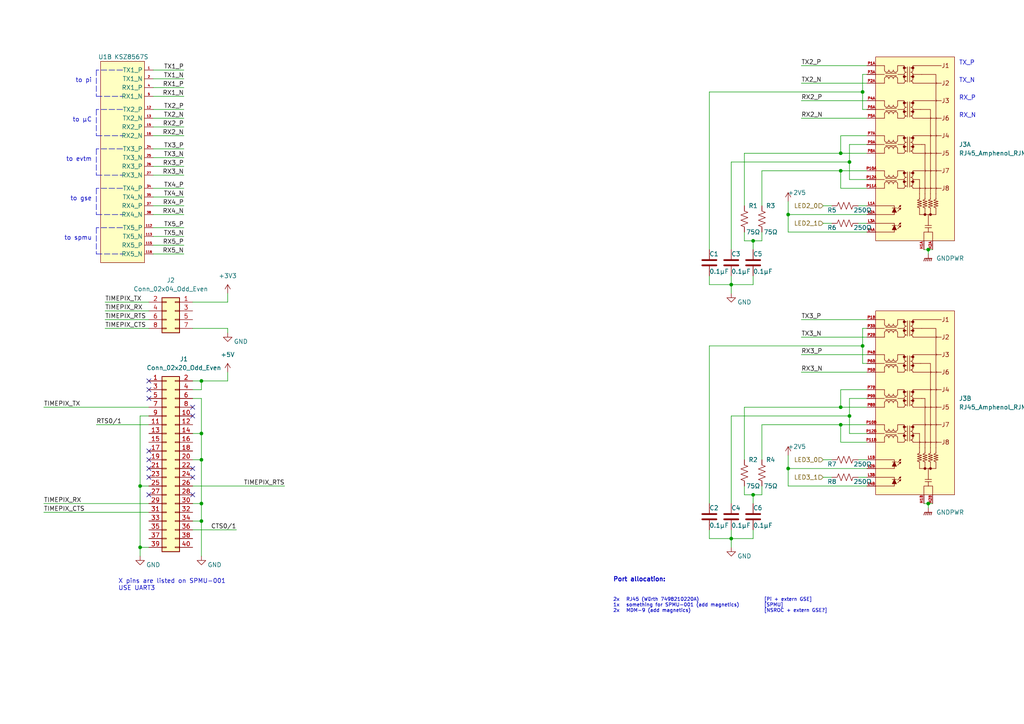
<source format=kicad_sch>
(kicad_sch (version 20211123) (generator eeschema)
  (paper "A4")
  (lib_symbols
    (symbol "Bourns_SM453229-381N7Y_1"
      (property "Reference" "TR" (at 0 10.16 0))
      (property "Value" "Bourns_SM453229-381N7Y_1" (at 0 -8.89 0))
      (symbol "Bourns_SM453229-381N7Y_1_1_1"
        (pin passive line (at -3.81 6.35 0) (length 2.54) (name "") (number "1"))
        (pin passive line (at -3.81 -6.35 0) (length 2.54) (name "") (number "2"))
        (pin passive line (at 3.81 -1.27 180) (length 2.54) (name "") (number "3"))
        (pin passive line (at 3.81 1.27 180) (length 2.54) (name "") (number "4"))
        (pin passive line (at -3.81 0 0) (length 2.54) (name "") (number "5"))
        (pin passive line (at 3.81 6.35 180) (length 2.54) (name "") (number "6"))
        (pin passive line (at 3.81 -6.35 180) (length 2.54) (name "") (number "7"))
      )
    )
    (symbol "Bourns_SM453229-381N7Y_2"
      (property "Reference" "TR" (at 0 10.16 0))
      (property "Value" "Bourns_SM453229-381N7Y_2" (at 0 -8.89 0))
      (symbol "Bourns_SM453229-381N7Y_2_1_1"
        (pin passive line (at -3.81 6.35 0) (length 2.54) (name "") (number "1"))
        (pin passive line (at -3.81 -6.35 0) (length 2.54) (name "") (number "2"))
        (pin passive line (at 3.81 -1.27 180) (length 2.54) (name "") (number "3"))
        (pin passive line (at 3.81 1.27 180) (length 2.54) (name "") (number "4"))
        (pin passive line (at -3.81 0 0) (length 2.54) (name "") (number "5"))
        (pin passive line (at 3.81 6.35 180) (length 2.54) (name "") (number "6"))
        (pin passive line (at 3.81 -6.35 180) (length 2.54) (name "") (number "7"))
      )
    )
    (symbol "Bourns_SM453229-381N7Y_3"
      (property "Reference" "TR" (at 0 10.16 0))
      (property "Value" "Bourns_SM453229-381N7Y_3" (at 0 -8.89 0))
      (symbol "Bourns_SM453229-381N7Y_3_1_1"
        (pin passive line (at -3.81 6.35 0) (length 2.54) (name "") (number "1"))
        (pin passive line (at -3.81 -6.35 0) (length 2.54) (name "") (number "2"))
        (pin passive line (at 3.81 -1.27 180) (length 2.54) (name "") (number "3"))
        (pin passive line (at 3.81 1.27 180) (length 2.54) (name "") (number "4"))
        (pin passive line (at -3.81 0 0) (length 2.54) (name "") (number "5"))
        (pin passive line (at 3.81 6.35 180) (length 2.54) (name "") (number "6"))
        (pin passive line (at 3.81 -6.35 180) (length 2.54) (name "") (number "7"))
      )
    )
    (symbol "Bourns_SM453229-381N7Y_4"
      (property "Reference" "TR" (at 0 10.16 0))
      (property "Value" "Bourns_SM453229-381N7Y_4" (at 0 -8.89 0))
      (symbol "Bourns_SM453229-381N7Y_4_1_1"
        (pin passive line (at -3.81 6.35 0) (length 2.54) (name "") (number "1"))
        (pin passive line (at -3.81 -6.35 0) (length 2.54) (name "") (number "2"))
        (pin passive line (at 3.81 -1.27 180) (length 2.54) (name "") (number "3"))
        (pin passive line (at 3.81 1.27 180) (length 2.54) (name "") (number "4"))
        (pin passive line (at -3.81 0 0) (length 2.54) (name "") (number "5"))
        (pin passive line (at 3.81 6.35 180) (length 2.54) (name "") (number "6"))
        (pin passive line (at 3.81 -6.35 180) (length 2.54) (name "") (number "7"))
      )
    )
    (symbol "Bourns_SM453229-381N7Y_5"
      (property "Reference" "TR" (at 0 10.16 0))
      (property "Value" "Bourns_SM453229-381N7Y_5" (at 0 -8.89 0))
      (symbol "Bourns_SM453229-381N7Y_5_1_1"
        (pin passive line (at -3.81 6.35 0) (length 2.54) (name "") (number "1"))
        (pin passive line (at -3.81 -6.35 0) (length 2.54) (name "") (number "2"))
        (pin passive line (at 3.81 -1.27 180) (length 2.54) (name "") (number "3"))
        (pin passive line (at 3.81 1.27 180) (length 2.54) (name "") (number "4"))
        (pin passive line (at -3.81 0 0) (length 2.54) (name "") (number "5"))
        (pin passive line (at 3.81 6.35 180) (length 2.54) (name "") (number "6"))
        (pin passive line (at 3.81 -6.35 180) (length 2.54) (name "") (number "7"))
      )
    )
    (symbol "Connector:RJ45_Amphenol_RJMG212S21130ER"
      (property "Reference" "J" (at -8.89 1.27 0))
      (property "Value" "RJ45_Amphenol_RJMG212S21130ER" (at 17.78 1.27 0))
      (symbol "RJ45_Amphenol_RJMG212S21130ER_0_0"
        (text "J1" (at 7.62 -2.54 0) (effects (font (size 1.27 1.27)) (justify left)))
        (text "J2" (at 7.62 -7.62 0) (effects (font (size 1.27 1.27)) (justify left)))
        (text "J3" (at 7.62 -12.7 0) (effects (font (size 1.27 1.27)) (justify left)))
        (text "J4" (at 7.62 -22.86 0) (effects (font (size 1.27 1.27)) (justify left)))
        (text "J5" (at 7.62 -27.94 0) (effects (font (size 1.27 1.27)) (justify left)))
        (text "J6" (at 7.62 -17.78 0) (effects (font (size 1.27 1.27)) (justify left)))
        (text "J7" (at 7.62 -33.02 0) (effects (font (size 1.27 1.27)) (justify left)))
        (text "J8" (at 7.62 -38.1 0) (effects (font (size 1.27 1.27)) (justify left)))
      )
      (symbol "RJ45_Amphenol_RJMG212S21130ER_1_1"
        (pin passive line (at 2.54 -55.88 90) (length 2.54) (name "") (number "H1A"))
        (pin passive line (at 5.08 -55.88 90) (length 2.54) (name "") (number "H2A"))
        (pin passive line (at -13.97 -43.18 0) (length 2.54) (name "") (number "L1A"))
        (pin passive line (at -13.97 -45.72 0) (length 2.54) (name "") (number "L2A"))
        (pin passive line (at -13.97 -48.26 0) (length 2.54) (name "") (number "L3A"))
        (pin passive line (at -13.97 -50.8 0) (length 2.54) (name "") (number "L4A"))
        (pin passive line (at -13.97 -33.02 0) (length 2.54) (name "") (number "P10A"))
        (pin passive line (at -13.97 -38.1 0) (length 2.54) (name "") (number "P11A"))
        (pin passive line (at -13.97 -35.56 0) (length 2.54) (name "") (number "P12A"))
        (pin passive line (at -13.97 -2.54 0) (length 2.54) (name "") (number "P1A"))
        (pin passive line (at -13.97 -7.62 0) (length 2.54) (name "") (number "P2A"))
        (pin passive line (at -13.97 -5.08 0) (length 2.54) (name "") (number "P3A"))
        (pin passive line (at -13.97 -12.7 0) (length 2.54) (name "") (number "P4A"))
        (pin passive line (at -13.97 -17.78 0) (length 2.54) (name "") (number "P5A"))
        (pin passive line (at -13.97 -15.24 0) (length 2.54) (name "") (number "P6A"))
        (pin passive line (at -13.97 -22.86 0) (length 2.54) (name "") (number "P7A"))
        (pin passive line (at -13.97 -27.94 0) (length 2.54) (name "") (number "P8A"))
        (pin passive line (at -13.97 -25.4 0) (length 2.54) (name "") (number "P9A"))
      )
      (symbol "RJ45_Amphenol_RJMG212S21130ER_2_1"
        (pin passive line (at 2.54 -55.88 90) (length 2.54) (name "") (number "H1B"))
        (pin passive line (at 5.08 -55.88 90) (length 2.54) (name "") (number "H2B"))
        (pin passive line (at -13.97 -43.18 0) (length 2.54) (name "") (number "L1B"))
        (pin passive line (at -13.97 -45.72 0) (length 2.54) (name "") (number "L2B"))
        (pin passive line (at -13.97 -48.26 0) (length 2.54) (name "") (number "L3B"))
        (pin passive line (at -13.97 -50.8 0) (length 2.54) (name "") (number "L4B"))
        (pin passive line (at -13.97 -33.02 0) (length 2.54) (name "") (number "P10B"))
        (pin passive line (at -13.97 -38.1 0) (length 2.54) (name "") (number "P11B"))
        (pin passive line (at -13.97 -35.56 0) (length 2.54) (name "") (number "P12B"))
        (pin passive line (at -13.97 -2.54 0) (length 2.54) (name "") (number "P1B"))
        (pin passive line (at -13.97 -7.62 0) (length 2.54) (name "") (number "P2B"))
        (pin passive line (at -13.97 -5.08 0) (length 2.54) (name "") (number "P3B"))
        (pin passive line (at -13.97 -12.7 0) (length 2.54) (name "") (number "P4B"))
        (pin passive line (at -13.97 -17.78 0) (length 2.54) (name "") (number "P5B"))
        (pin passive line (at -13.97 -15.24 0) (length 2.54) (name "") (number "P6B"))
        (pin passive line (at -13.97 -22.86 0) (length 2.54) (name "") (number "P7B"))
        (pin passive line (at -13.97 -27.94 0) (length 2.54) (name "") (number "P8B"))
        (pin passive line (at -13.97 -25.4 0) (length 2.54) (name "") (number "P9B"))
      )
    )
    (symbol "Connector_Generic:Conn_01x04" (pin_names (offset 1.016) hide)
      (property "Reference" "J" (at 0 5.08 0))
      (property "Value" "Conn_01x04" (at 0 -7.62 0))
      (symbol "Conn_01x04_1_1"
        (pin passive line (at -5.08 2.54 0) (length 3.81) (name "Pin_1") (number "1"))
        (pin passive line (at -5.08 0 0) (length 3.81) (name "Pin_2") (number "2"))
        (pin passive line (at -5.08 -2.54 0) (length 3.81) (name "Pin_3") (number "3"))
        (pin passive line (at -5.08 -5.08 0) (length 3.81) (name "Pin_4") (number "4"))
      )
    )
    (symbol "Connector_Generic:Conn_02x04_Odd_Even" (pin_names (offset 1.016) hide)
      (property "Reference" "J" (at 1.27 5.08 0))
      (property "Value" "Conn_02x04_Odd_Even" (at 1.27 -7.62 0))
      (symbol "Conn_02x04_Odd_Even_1_1"
        (pin passive line (at -5.08 2.54 0) (length 3.81) (name "Pin_1") (number "1"))
        (pin passive line (at 7.62 2.54 180) (length 3.81) (name "Pin_2") (number "2"))
        (pin passive line (at -5.08 0 0) (length 3.81) (name "Pin_3") (number "3"))
        (pin passive line (at 7.62 0 180) (length 3.81) (name "Pin_4") (number "4"))
        (pin passive line (at -5.08 -2.54 0) (length 3.81) (name "Pin_5") (number "5"))
        (pin passive line (at 7.62 -2.54 180) (length 3.81) (name "Pin_6") (number "6"))
        (pin passive line (at -5.08 -5.08 0) (length 3.81) (name "Pin_7") (number "7"))
        (pin passive line (at 7.62 -5.08 180) (length 3.81) (name "Pin_8") (number "8"))
      )
    )
    (symbol "Connector_Generic:Conn_02x20_Odd_Even" (pin_names (offset 1.016) hide)
      (property "Reference" "J" (at 1.27 25.4 0))
      (property "Value" "Conn_02x20_Odd_Even" (at 1.27 -27.94 0))
      (symbol "Conn_02x20_Odd_Even_1_1"
        (pin passive line (at -5.08 22.86 0) (length 3.81) (name "Pin_1") (number "1"))
        (pin passive line (at 7.62 12.7 180) (length 3.81) (name "Pin_10") (number "10"))
        (pin passive line (at -5.08 10.16 0) (length 3.81) (name "Pin_11") (number "11"))
        (pin passive line (at 7.62 10.16 180) (length 3.81) (name "Pin_12") (number "12"))
        (pin passive line (at -5.08 7.62 0) (length 3.81) (name "Pin_13") (number "13"))
        (pin passive line (at 7.62 7.62 180) (length 3.81) (name "Pin_14") (number "14"))
        (pin passive line (at -5.08 5.08 0) (length 3.81) (name "Pin_15") (number "15"))
        (pin passive line (at 7.62 5.08 180) (length 3.81) (name "Pin_16") (number "16"))
        (pin passive line (at -5.08 2.54 0) (length 3.81) (name "Pin_17") (number "17"))
        (pin passive line (at 7.62 2.54 180) (length 3.81) (name "Pin_18") (number "18"))
        (pin passive line (at -5.08 0 0) (length 3.81) (name "Pin_19") (number "19"))
        (pin passive line (at 7.62 22.86 180) (length 3.81) (name "Pin_2") (number "2"))
        (pin passive line (at 7.62 0 180) (length 3.81) (name "Pin_20") (number "20"))
        (pin passive line (at -5.08 -2.54 0) (length 3.81) (name "Pin_21") (number "21"))
        (pin passive line (at 7.62 -2.54 180) (length 3.81) (name "Pin_22") (number "22"))
        (pin passive line (at -5.08 -5.08 0) (length 3.81) (name "Pin_23") (number "23"))
        (pin passive line (at 7.62 -5.08 180) (length 3.81) (name "Pin_24") (number "24"))
        (pin passive line (at -5.08 -7.62 0) (length 3.81) (name "Pin_25") (number "25"))
        (pin passive line (at 7.62 -7.62 180) (length 3.81) (name "Pin_26") (number "26"))
        (pin passive line (at -5.08 -10.16 0) (length 3.81) (name "Pin_27") (number "27"))
        (pin passive line (at 7.62 -10.16 180) (length 3.81) (name "Pin_28") (number "28"))
        (pin passive line (at -5.08 -12.7 0) (length 3.81) (name "Pin_29") (number "29"))
        (pin passive line (at -5.08 20.32 0) (length 3.81) (name "Pin_3") (number "3"))
        (pin passive line (at 7.62 -12.7 180) (length 3.81) (name "Pin_30") (number "30"))
        (pin passive line (at -5.08 -15.24 0) (length 3.81) (name "Pin_31") (number "31"))
        (pin passive line (at 7.62 -15.24 180) (length 3.81) (name "Pin_32") (number "32"))
        (pin passive line (at -5.08 -17.78 0) (length 3.81) (name "Pin_33") (number "33"))
        (pin passive line (at 7.62 -17.78 180) (length 3.81) (name "Pin_34") (number "34"))
        (pin passive line (at -5.08 -20.32 0) (length 3.81) (name "Pin_35") (number "35"))
        (pin passive line (at 7.62 -20.32 180) (length 3.81) (name "Pin_36") (number "36"))
        (pin passive line (at -5.08 -22.86 0) (length 3.81) (name "Pin_37") (number "37"))
        (pin passive line (at 7.62 -22.86 180) (length 3.81) (name "Pin_38") (number "38"))
        (pin passive line (at -5.08 -25.4 0) (length 3.81) (name "Pin_39") (number "39"))
        (pin passive line (at 7.62 20.32 180) (length 3.81) (name "Pin_4") (number "4"))
        (pin passive line (at 7.62 -25.4 180) (length 3.81) (name "Pin_40") (number "40"))
        (pin passive line (at -5.08 17.78 0) (length 3.81) (name "Pin_5") (number "5"))
        (pin passive line (at 7.62 17.78 180) (length 3.81) (name "Pin_6") (number "6"))
        (pin passive line (at -5.08 15.24 0) (length 3.81) (name "Pin_7") (number "7"))
        (pin passive line (at 7.62 15.24 180) (length 3.81) (name "Pin_8") (number "8"))
        (pin passive line (at -5.08 12.7 0) (length 3.81) (name "Pin_9") (number "9"))
      )
    )
    (symbol "Device:C" (pin_numbers hide) (pin_names (offset 0.254))
      (property "Reference" "C" (at 0.635 2.54 0))
      (property "Value" "C" (at 0.635 -2.54 0))
      (symbol "C_1_1"
        (pin passive line (at 0 3.81 270) (length 2.794) (name "~") (number "1"))
        (pin passive line (at 0 -3.81 90) (length 2.794) (name "~") (number "2"))
      )
    )
    (symbol "Device:R_US" (pin_numbers hide) (pin_names (offset 0))
      (property "Reference" "R" (at 2.54 0 90))
      (property "Value" "R_US" (at -2.54 0 90))
      (symbol "R_US_1_1"
        (pin passive line (at 0 3.81 270) (length 1.27) (name "~") (number "1"))
        (pin passive line (at 0 -3.81 90) (length 1.27) (name "~") (number "2"))
      )
    )
    (symbol "Filter:Choke"
      (property "Reference" "FL" (at 0 3.81 0))
      (property "Value" "Choke" (at 0 -3.81 0))
      (symbol "Choke_1_1"
        (pin passive line (at -5.08 1.27 0) (length 2.54) (name "") (number "1"))
        (pin passive line (at 5.08 1.27 180) (length 2.54) (name "") (number "2"))
        (pin passive line (at 5.08 -1.27 180) (length 2.54) (name "") (number "3"))
        (pin passive line (at -5.08 -1.27 0) (length 2.54) (name "") (number "4"))
      )
    )
    (symbol "Interface_Ethernet:KSZ8567S"
      (property "Reference" "U" (at 0 -74.93 0))
      (property "Value" "KSZ8567S" (at 0 1.27 0))
      (symbol "KSZ8567S_1_1"
        (pin power_in line (at -11.43 -2.54 0) (length 2.54) (name "AVDDH") (number "10"))
        (pin power_in line (at 11.43 -53.34 180) (length 2.54) (name "DVDDL") (number "104"))
        (pin power_in line (at -11.43 -60.96 0) (length 2.54) (name "GND") (number "107"))
        (pin power_in line (at -11.43 -63.5 0) (length 2.54) (name "GND") (number "109"))
        (pin power_in line (at 11.43 -35.56 180) (length 2.54) (name "DVDDL") (number "11"))
        (pin power_in line (at 11.43 -55.88 180) (length 2.54) (name "DVDDL") (number "110"))
        (pin power_in line (at -11.43 -12.7 0) (length 2.54) (name "AVDDH") (number "111"))
        (pin power_in line (at 11.43 -17.78 180) (length 2.54) (name "AVDDL") (number "114"))
        (pin power_in line (at 11.43 -20.32 180) (length 2.54) (name "AVDDL") (number "119"))
        (pin power_in line (at -11.43 -15.24 0) (length 2.54) (name "AVDDH") (number "122"))
        (pin power_in line (at -11.43 -66.04 0) (length 2.54) (name "GND") (number "123"))
        (pin power_in line (at 11.43 -22.86 180) (length 2.54) (name "AVDDL") (number "124"))
        (pin power_in line (at -11.43 -17.78 0) (length 2.54) (name "AVDDH") (number "128"))
        (pin power_in line (at 11.43 -5.08 180) (length 2.54) (name "AVDDL") (number "14"))
        (pin power_in line (at 11.43 -7.62 180) (length 2.54) (name "AVDDL") (number "19"))
        (pin power_in line (at -11.43 -5.08 0) (length 2.54) (name "AVDDH") (number "22"))
        (pin power_in line (at 11.43 -38.1 180) (length 2.54) (name "DVDDL") (number "23"))
        (pin power_in line (at 11.43 -2.54 180) (length 2.54) (name "AVDDL") (number "3"))
        (pin power_in line (at 11.43 -10.16 180) (length 2.54) (name "AVDDL") (number "30"))
        (pin power_in line (at -11.43 -7.62 0) (length 2.54) (name "AVDDH") (number "33"))
        (pin power_in line (at 11.43 -12.7 180) (length 2.54) (name "AVDDL") (number "36"))
        (pin power_in line (at 11.43 -15.24 180) (length 2.54) (name "AVDDL") (number "41"))
        (pin power_in line (at -11.43 -10.16 0) (length 2.54) (name "AVDDH") (number "44"))
        (pin power_in line (at 11.43 -40.64 180) (length 2.54) (name "DVDDL") (number "45"))
        (pin power_in line (at -11.43 -45.72 0) (length 2.54) (name "GND") (number "46"))
        (pin power_in line (at -11.43 -48.26 0) (length 2.54) (name "GND") (number "47"))
        (pin power_in line (at 11.43 -43.18 180) (length 2.54) (name "DVDDL") (number "56"))
        (pin power_in line (at -11.43 -35.56 0) (length 2.54) (name "VDDIO") (number "61"))
        (pin power_in line (at 11.43 -45.72 180) (length 2.54) (name "DVDDL") (number "66"))
        (pin power_in line (at -11.43 -38.1 0) (length 2.54) (name "VDDIO") (number "68"))
        (pin power_in line (at -11.43 -50.8 0) (length 2.54) (name "GND") (number "69"))
        (pin power_in line (at 11.43 -48.26 180) (length 2.54) (name "DVDDL") (number "70"))
        (pin power_in line (at 11.43 -27.94 180) (length 2.54) (name "VDDLS") (number "71"))
        (pin power_in line (at -11.43 -27.94 0) (length 2.54) (name "VDDHS") (number "72"))
        (pin power_in line (at -11.43 -53.34 0) (length 2.54) (name "GND") (number "75"))
        (pin power_in line (at -11.43 -55.88 0) (length 2.54) (name "GND") (number "77"))
        (pin power_in line (at -11.43 -58.42 0) (length 2.54) (name "GND") (number "80"))
        (pin power_in line (at -11.43 -30.48 0) (length 2.54) (name "VDDHS") (number "83"))
        (pin power_in line (at 11.43 -30.48 180) (length 2.54) (name "VDDLS") (number "84"))
        (pin power_in line (at 11.43 -50.8 180) (length 2.54) (name "DVDDL") (number "87"))
        (pin power_in line (at -11.43 -40.64 0) (length 2.54) (name "VDDIO") (number "99"))
        (pin power_in line (at -11.43 -68.58 0) (length 2.54) (name "GND") (number "EP"))
      )
      (symbol "KSZ8567S_2_1"
        (pin output line (at 8.89 -2.54 180) (length 2.54) (name "TX1_P") (number "1"))
        (pin output line (at 8.89 -48.26 180) (length 2.54) (name "TX5_P") (number "112"))
        (pin output line (at 8.89 -50.8 180) (length 2.54) (name "TX5_N") (number "113"))
        (pin input line (at 8.89 -53.34 180) (length 2.54) (name "RX5_P") (number "115"))
        (pin input line (at 8.89 -55.88 180) (length 2.54) (name "RX5_N") (number "116"))
        (pin output line (at 8.89 -13.97 180) (length 2.54) (name "TX2_P") (number "12"))
        (pin output line (at 8.89 -16.51 180) (length 2.54) (name "TX2_N") (number "13"))
        (pin input line (at 8.89 -19.05 180) (length 2.54) (name "RX2_P") (number "15"))
        (pin input line (at 8.89 -21.59 180) (length 2.54) (name "RX2_N") (number "16"))
        (pin output line (at 8.89 -5.08 180) (length 2.54) (name "TX1_N") (number "2"))
        (pin output line (at 8.89 -25.4 180) (length 2.54) (name "TX3_P") (number "24"))
        (pin output line (at 8.89 -27.94 180) (length 2.54) (name "TX3_N") (number "25"))
        (pin input line (at 8.89 -30.48 180) (length 2.54) (name "RX3_P") (number "26"))
        (pin input line (at 8.89 -33.02 180) (length 2.54) (name "RX3_N") (number "27"))
        (pin output line (at 8.89 -36.83 180) (length 2.54) (name "TX4_P") (number "34"))
        (pin output line (at 8.89 -39.37 180) (length 2.54) (name "TX4_N") (number "35"))
        (pin input line (at 8.89 -41.91 180) (length 2.54) (name "RX4_P") (number "37"))
        (pin input line (at 8.89 -44.45 180) (length 2.54) (name "RX4_N") (number "38"))
        (pin input line (at 8.89 -7.62 180) (length 2.54) (name "RX1_P") (number "4"))
        (pin input line (at 8.89 -10.16 180) (length 2.54) (name "RX1_N") (number "5"))
      )
      (symbol "KSZ8567S_3_1"
        (pin output inverted (at -12.7 -22.86 0) (length 2.54) (name "LED5_0") (number "102"))
        (pin output inverted (at -12.7 -25.4 0) (length 2.54) (name "LED5_1") (number "103"))
        (pin output inverted (at -12.7 -2.54 0) (length 2.54) (name "LED1_0") (number "105"))
        (pin output inverted (at -12.7 -5.08 0) (length 2.54) (name "LED1_1") (number "106"))
        (pin output clock (at 12.7 -13.97 180) (length 2.54) (name "XO") (number "125"))
        (pin input clock (at 12.7 -11.43 180) (length 2.54) (name "XI") (number "126"))
        (pin passive line (at 12.7 -22.86 180) (length 2.54) (name "ISET") (number "127"))
        (pin passive line (at 12.7 -25.4 180) (length 2.54) (name "IBA") (number "67"))
        (pin output inverted (at -12.7 -17.78 0) (length 2.54) (name "LED4_0") (number "85"))
        (pin output inverted (at -12.7 -20.32 0) (length 2.54) (name "LED4_1") (number "86"))
        (pin output inverted (at -12.7 -12.7 0) (length 2.54) (name "LED3_0") (number "88"))
        (pin output inverted (at -12.7 -15.24 0) (length 2.54) (name "LED3_1") (number "89"))
        (pin bidirectional line (at 12.7 -20.32 180) (length 2.54) (name "GPIO") (number "90"))
        (pin output inverted (at -12.7 -7.62 0) (length 2.54) (name "LED2_0") (number "91"))
        (pin output inverted (at -12.7 -10.16 0) (length 2.54) (name "LED2_1") (number "92"))
        (pin output inverted (at 12.7 -5.08 180) (length 2.54) (name "PME") (number "93"))
        (pin open_collector inverted (at 12.7 -2.54 180) (length 2.54) (name "INTRP") (number "94"))
        (pin output clock (at 12.7 -16.51 180) (length 2.54) (name "SYNCLKO") (number "95"))
        (pin input inverted (at 12.7 -7.62 180) (length 2.54) (name "RESET") (number "96"))
      )
      (symbol "KSZ8567S_4_1"
        (pin input inverted (at 13.97 -69.85 180) (length 2.54) (name "SCS") (number "100"))
        (pin input clock (at 13.97 -62.23 180) (length 2.54) (name "SCL/MDC") (number "101"))
        (pin bidirectional clock (at 13.97 -2.54 180) (length 2.54) (name "TX6_CLK/REFCLK") (number "48"))
        (pin input line (at 13.97 -5.08 180) (length 2.54) (name "TX6_EN/CTL") (number "49"))
        (pin output line (at 13.97 -7.62 180) (length 2.54) (name "TX6_ER") (number "50"))
        (pin bidirectional line (at 13.97 -10.16 180) (length 2.54) (name "TX6_COL") (number "51"))
        (pin output line (at 13.97 -21.59 180) (length 2.54) (name "TX6_3") (number "52"))
        (pin output line (at 13.97 -19.05 180) (length 2.54) (name "TX6_2") (number "53"))
        (pin output line (at 13.97 -16.51 180) (length 2.54) (name "TX6_1") (number "54"))
        (pin output line (at 13.97 -13.97 180) (length 2.54) (name "TX6_0") (number "55"))
        (pin bidirectional clock (at 13.97 -25.4 180) (length 2.54) (name "RX6_CLK/REFCLK") (number "57"))
        (pin output line (at 13.97 -27.94 180) (length 2.54) (name "RX6_DV/CRS/CTL") (number "58"))
        (pin output line (at 13.97 -30.48 180) (length 2.54) (name "RX6_ER") (number "59"))
        (pin bidirectional line (at 13.97 -33.02 180) (length 2.54) (name "RX6_CRS") (number "60"))
        (pin input line (at 13.97 -44.45 180) (length 2.54) (name "RX6_3") (number "62"))
        (pin input line (at 13.97 -41.91 180) (length 2.54) (name "RX6_2") (number "63"))
        (pin input line (at 13.97 -39.37 180) (length 2.54) (name "RX6_1") (number "64"))
        (pin input line (at 13.97 -36.83 180) (length 2.54) (name "RX6_0") (number "65"))
        (pin passive line (at 13.97 -58.42 180) (length 2.54) (name "SREXT") (number "76"))
        (pin input line (at 13.97 -50.8 180) (length 2.54) (name "SIN_N") (number "78"))
        (pin input line (at 13.97 -48.26 180) (length 2.54) (name "SIN_P") (number "79"))
        (pin output line (at 13.97 -53.34 180) (length 2.54) (name "SOUT_P") (number "81"))
        (pin output line (at 13.97 -55.88 180) (length 2.54) (name "SOUT_N") (number "82"))
        (pin output line (at 13.97 -64.77 180) (length 2.54) (name "SDO") (number "97"))
        (pin input line (at 13.97 -67.31 180) (length 2.54) (name "SDI/SDA/MDIO") (number "98"))
      )
    )
    (symbol "Transformer:Bourns_SM453229-381N7Y"
      (property "Reference" "TR" (at 0 10.16 0))
      (property "Value" "Bourns_SM453229-381N7Y" (at 0 -8.89 0))
      (symbol "Bourns_SM453229-381N7Y_1_1"
        (pin passive line (at -3.81 6.35 0) (length 2.54) (name "") (number "1"))
        (pin passive line (at -3.81 -6.35 0) (length 2.54) (name "") (number "2"))
        (pin passive line (at 3.81 -1.27 180) (length 2.54) (name "") (number "3"))
        (pin passive line (at 3.81 1.27 180) (length 2.54) (name "") (number "4"))
        (pin passive line (at -3.81 0 0) (length 2.54) (name "") (number "5"))
        (pin passive line (at 3.81 6.35 180) (length 2.54) (name "") (number "6"))
        (pin passive line (at 3.81 -6.35 180) (length 2.54) (name "") (number "7"))
      )
    )
    (symbol "power:+2V5" (power) (pin_names (offset 0))
      (property "Value" "+2V5" (at 0 3.556 0))
      (symbol "+2V5_1_1"
        (pin power_in line (at 0 0 90) (length 0) hide (name "+2V5") (number "1"))
      )
    )
    (symbol "power:+3V3" (power) (pin_names (offset 0))
      (property "Value" "+3V3" (at 0 3.556 0))
      (symbol "+3V3_1_1"
        (pin power_in line (at 0 0 90) (length 0) hide (name "+3V3") (number "1"))
      )
    )
    (symbol "power:+5V" (power) (pin_names (offset 0))
      (property "Value" "+5V" (at 0 3.556 0))
      (symbol "+5V_1_1"
        (pin power_in line (at 0 0 90) (length 0) hide (name "+5V") (number "1"))
      )
    )
    (symbol "power:GND" (power) (pin_names (offset 0))
      (property "Value" "GND" (at 0 -3.81 0))
      (symbol "GND_1_1"
        (pin power_in line (at 0 0 270) (length 0) hide (name "GND") (number "1"))
      )
    )
    (symbol "power:GNDPWR" (power) (pin_names (offset 0))
      (property "Value" "GNDPWR" (at 0 -3.302 0))
      (symbol "GNDPWR_1_1"
        (pin power_in line (at 0 0 270) (length 0) hide (name "GNDPWR") (number "1"))
      )
    )
  )
  (junction (at 58.42 110.49))
  (junction (at 359.41 13.97))
  (junction (at 269.24 146.05))
  (junction (at 250.19 100.33))
  (junction (at 243.84 118.11))
  (junction (at 339.09 184.15))
  (junction (at 250.19 26.67))
  (junction (at 212.09 82.55))
  (junction (at 243.84 44.45))
  (junction (at 353.06 110.49))
  (junction (at 243.84 123.19))
  (junction (at 246.38 120.65))
  (junction (at 243.84 49.53))
  (junction (at 269.24 72.39))
  (junction (at 354.33 204.47))
  (junction (at 58.42 151.13))
  (junction (at 356.87 163.83))
  (junction (at 58.42 125.73))
  (junction (at 341.63 34.29))
  (junction (at 58.42 133.35))
  (junction (at 40.64 158.75))
  (junction (at 218.44 143.51))
  (junction (at 40.64 140.97))
  (junction (at 58.42 146.05))
  (junction (at 354.33 35.56))
  (junction (at 340.36 109.22))
  (junction (at 356.87 54.61))
  (junction (at 246.38 46.99))
  (junction (at 228.6 62.23))
  (junction (at 358.14 88.9))
  (junction (at 218.44 69.85))
  (junction (at 212.09 156.21))
  (junction (at 351.79 185.42))
  (junction (at 355.6 129.54))
  (junction (at 228.6 135.89))
  (no_connect (at 55.88 118.11))
  (no_connect (at 55.88 120.65))
  (no_connect (at 43.18 133.35))
  (no_connect (at 55.88 138.43))
  (no_connect (at 43.18 138.43))
  (no_connect (at 43.18 135.89))
  (no_connect (at 55.88 143.51))
  (no_connect (at 43.18 130.81))
  (no_connect (at 43.18 110.49))
  (no_connect (at 43.18 113.03))
  (no_connect (at 43.18 115.57))
  (no_connect (at 43.18 143.51))
  (no_connect (at 55.88 135.89))
  (wire (pts (xy 44.45 22.86) (xy 53.34 22.86)))
  (wire (pts (xy 340.36 87.63) (xy 340.36 109.22)))
  (wire (pts (xy 267.97 146.05) (xy 269.24 146.05)))
  (wire (pts (xy 55.88 87.63) (xy 66.04 87.63)))
  (wire (pts (xy 349.25 168.91) (xy 359.41 168.91)))
  (wire (pts (xy 205.74 26.67) (xy 250.19 26.67)))
  (wire (pts (xy 339.09 162.56) (xy 341.63 162.56)))
  (wire (pts (xy 341.63 63.5) (xy 341.63 68.58)))
  (polyline (pts (xy 246.38 -24.13) (xy 246.38 -20.32)))
  (wire (pts (xy 374.65 33.02) (xy 374.65 24.13)))
  (wire (pts (xy 358.14 129.54) (xy 358.14 128.27)))
  (wire (pts (xy 370.84 107.95) (xy 373.38 107.95)))
  (wire (pts (xy 331.47 93.98) (xy 342.9 93.98)))
  (wire (pts (xy 40.64 120.65) (xy 40.64 140.97)))
  (wire (pts (xy 372.11 163.83) (xy 372.11 171.45)))
  (wire (pts (xy 243.84 128.27) (xy 243.84 123.19)))
  (wire (pts (xy 238.76 138.43) (xy 241.3 138.43)))
  (wire (pts (xy 372.11 13.97) (xy 374.65 13.97)))
  (wire (pts (xy 340.36 87.63) (xy 342.9 87.63)))
  (wire (pts (xy 370.84 110.49) (xy 375.92 110.49)))
  (wire (pts (xy 248.92 64.77) (xy 251.46 64.77)))
  (wire (pts (xy 232.41 97.79) (xy 251.46 97.79)))
  (wire (pts (xy 248.92 133.35) (xy 251.46 133.35)))
  (wire (pts (xy 340.36 138.43) (xy 340.36 143.51)))
  (wire (pts (xy 373.38 99.06) (xy 389.89 99.06)))
  (wire (pts (xy 44.45 25.4) (xy 53.34 25.4)))
  (wire (pts (xy 359.41 13.97) (xy 359.41 45.72)))
  (wire (pts (xy 360.68 93.98) (xy 360.68 88.9)))
  (wire (pts (xy 370.84 88.9) (xy 373.38 88.9)))
  (wire (pts (xy 330.2 190.5) (xy 341.63 190.5)))
  (wire (pts (xy 215.9 118.11) (xy 243.84 118.11)))
  (wire (pts (xy 55.88 140.97) (xy 82.55 140.97)))
  (wire (pts (xy 377.19 26.67) (xy 392.43 26.67)))
  (wire (pts (xy 361.95 40.64) (xy 361.95 35.56)))
  (wire (pts (xy 356.87 55.88) (xy 356.87 54.61)))
  (wire (pts (xy 332.74 6.35) (xy 344.17 6.35)))
  (wire (pts (xy 354.33 35.56) (xy 351.79 35.56)))
  (wire (pts (xy 44.45 59.69) (xy 53.34 59.69)))
  (wire (pts (xy 228.6 67.31) (xy 251.46 67.31)))
  (wire (pts (xy 44.45 73.66) (xy 53.34 73.66)))
  (wire (pts (xy 215.9 143.51) (xy 218.44 143.51)))
  (wire (pts (xy 58.42 110.49) (xy 66.04 110.49)))
  (polyline (pts (xy 35.56 20.32) (xy 27.94 20.32)))
  (polyline (pts (xy 243.84 -24.13) (xy 243.84 -19.05)))
  (wire (pts (xy 44.45 54.61) (xy 53.34 54.61)))
  (wire (pts (xy 349.25 190.5) (xy 359.41 190.5)))
  (wire (pts (xy 243.84 44.45) (xy 251.46 44.45)))
  (wire (pts (xy 350.52 81.28) (xy 360.68 81.28)))
  (wire (pts (xy 220.98 123.19) (xy 243.84 123.19)))
  (wire (pts (xy 359.41 190.5) (xy 359.41 185.42)))
  (wire (pts (xy 12.7 148.59) (xy 43.18 148.59)))
  (wire (pts (xy 354.33 54.61) (xy 356.87 54.61)))
  (polyline (pts (xy 27.94 31.75) (xy 27.94 39.37)))
  (wire (pts (xy 232.41 107.95) (xy 251.46 107.95)))
  (wire (pts (xy 359.41 177.8) (xy 359.41 182.88)))
  (wire (pts (xy 243.84 118.11) (xy 251.46 118.11)))
  (wire (pts (xy 359.41 156.21) (xy 359.41 161.29)))
  (wire (pts (xy 248.92 138.43) (xy 251.46 138.43)))
  (wire (pts (xy 58.42 133.35) (xy 55.88 133.35)))
  (wire (pts (xy 44.45 68.58) (xy 53.34 68.58)))
  (polyline (pts (xy 232.41 -34.29) (xy 232.41 -16.51)) (stroke (width 0) (type solid)))
  (wire (pts (xy 66.04 95.25) (xy 66.04 96.52)))
  (wire (pts (xy 228.6 62.23) (xy 228.6 67.31)))
  (polyline (pts (xy 27.94 50.8) (xy 35.56 50.8)))
  (wire (pts (xy 246.38 41.91) (xy 251.46 41.91)))
  (wire (pts (xy 232.41 102.87) (xy 251.46 102.87)))
  (wire (pts (xy 58.42 115.57) (xy 58.42 125.73)))
  (wire (pts (xy 212.09 46.99) (xy 212.09 72.39)))
  (wire (pts (xy 349.25 182.88) (xy 351.79 182.88)))
  (polyline (pts (xy 245.11 -24.13) (xy 245.11 -17.78)))
  (wire (pts (xy 355.6 138.43) (xy 355.6 143.51)))
  (wire (pts (xy 251.46 125.73) (xy 246.38 125.73)))
  (wire (pts (xy 361.95 19.05) (xy 361.95 13.97)))
  (wire (pts (xy 250.19 26.67) (xy 250.19 31.75)))
  (wire (pts (xy 353.06 110.49) (xy 353.06 120.65)))
  (polyline (pts (xy 255.27 -26.67) (xy 255.27 -30.48)))
  (wire (pts (xy 55.88 153.67) (xy 68.58 153.67)))
  (polyline (pts (xy 242.57 -24.13) (xy 247.65 -24.13)))
  (wire (pts (xy 351.79 13.97) (xy 359.41 13.97)))
  (wire (pts (xy 361.95 6.35) (xy 361.95 11.43)))
  (wire (pts (xy 44.45 43.18) (xy 53.34 43.18)))
  (wire (pts (xy 251.46 54.61) (xy 243.84 54.61)))
  (wire (pts (xy 377.19 19.05) (xy 377.19 11.43)))
  (wire (pts (xy 220.98 67.31) (xy 220.98 69.85)))
  (polyline (pts (xy 232.41 -34.29) (xy 260.35 -34.29)) (stroke (width 0) (type solid)))
  (wire (pts (xy 353.06 129.54) (xy 355.6 129.54)))
  (polyline (pts (xy 255.27 -30.48) (xy 259.08 -30.48)))
  (wire (pts (xy 40.64 158.75) (xy 43.18 158.75)))
  (wire (pts (xy 228.6 135.89) (xy 228.6 140.97)))
  (wire (pts (xy 369.57 163.83) (xy 372.11 163.83)))
  (wire (pts (xy 212.09 80.01) (xy 212.09 82.55)))
  (wire (pts (xy 375.92 101.6) (xy 375.92 110.49)))
  (wire (pts (xy 44.45 66.04) (xy 53.34 66.04)))
  (wire (pts (xy 350.52 86.36) (xy 358.14 86.36)))
  (wire (pts (xy 238.76 59.69) (xy 241.3 59.69)))
  (wire (pts (xy 205.74 26.67) (xy 205.74 72.39)))
  (wire (pts (xy 355.6 129.54) (xy 358.14 129.54)))
  (wire (pts (xy 215.9 59.69) (xy 215.9 44.45)))
  (wire (pts (xy 389.89 101.6) (xy 375.92 101.6)))
  (wire (pts (xy 228.6 140.97) (xy 251.46 140.97)))
  (wire (pts (xy 58.42 125.73) (xy 58.42 133.35)))
  (wire (pts (xy 44.45 45.72) (xy 53.34 45.72)))
  (wire (pts (xy 44.45 57.15) (xy 53.34 57.15)))
  (wire (pts (xy 246.38 125.73) (xy 246.38 120.65)))
  (wire (pts (xy 332.74 40.64) (xy 344.17 40.64)))
  (wire (pts (xy 12.7 146.05) (xy 43.18 146.05)))
  (wire (pts (xy 374.65 176.53) (xy 374.65 185.42)))
  (wire (pts (xy 377.19 19.05) (xy 392.43 19.05)))
  (polyline (pts (xy 27.94 43.18) (xy 27.94 50.8)))
  (wire (pts (xy 212.09 120.65) (xy 246.38 120.65)))
  (wire (pts (xy 360.68 81.28) (xy 360.68 86.36)))
  (wire (pts (xy 205.74 80.01) (xy 205.74 82.55)))
  (wire (pts (xy 349.25 161.29) (xy 356.87 161.29)))
  (wire (pts (xy 349.25 156.21) (xy 359.41 156.21)))
  (wire (pts (xy 44.45 27.94) (xy 53.34 27.94)))
  (wire (pts (xy 243.84 54.61) (xy 243.84 49.53)))
  (wire (pts (xy 251.46 49.53) (xy 243.84 49.53)))
  (wire (pts (xy 373.38 88.9) (xy 373.38 96.52)))
  (wire (pts (xy 369.57 161.29) (xy 374.65 161.29)))
  (wire (pts (xy 220.98 49.53) (xy 243.84 49.53)))
  (wire (pts (xy 354.33 213.36) (xy 354.33 218.44)))
  (wire (pts (xy 228.6 62.23) (xy 251.46 62.23)))
  (polyline (pts (xy 260.35 -16.51) (xy 260.35 -34.29)) (stroke (width 0) (type solid)))
  (wire (pts (xy 44.45 34.29) (xy 53.34 34.29)))
  (wire (pts (xy 246.38 115.57) (xy 251.46 115.57)))
  (wire (pts (xy 374.65 13.97) (xy 374.65 21.59)))
  (wire (pts (xy 250.19 100.33) (xy 250.19 105.41)))
  (wire (pts (xy 248.92 59.69) (xy 251.46 59.69)))
  (wire (pts (xy 243.84 39.37) (xy 243.84 44.45)))
  (wire (pts (xy 361.95 27.94) (xy 361.95 33.02)))
  (wire (pts (xy 215.9 67.31) (xy 215.9 69.85)))
  (wire (pts (xy 339.09 213.36) (xy 339.09 218.44)))
  (wire (pts (xy 215.9 133.35) (xy 215.9 118.11)))
  (wire (pts (xy 351.79 11.43) (xy 359.41 11.43)))
  (wire (pts (xy 350.52 102.87) (xy 360.68 102.87)))
  (wire (pts (xy 353.06 107.95) (xy 353.06 110.49)))
  (wire (pts (xy 238.76 133.35) (xy 241.3 133.35)))
  (wire (pts (xy 370.84 86.36) (xy 375.92 86.36)))
  (wire (pts (xy 341.63 34.29) (xy 341.63 55.88)))
  (polyline (pts (xy 246.38 -20.32) (xy 259.08 -20.32)))
  (wire (pts (xy 212.09 156.21) (xy 212.09 158.75)))
  (wire (pts (xy 232.41 92.71) (xy 251.46 92.71)))
  (wire (pts (xy 353.06 128.27) (xy 353.06 129.54)))
  (wire (pts (xy 220.98 123.19) (xy 220.98 133.35)))
  (wire (pts (xy 351.79 203.2) (xy 351.79 204.47)))
  (wire (pts (xy 40.64 140.97) (xy 40.64 158.75)))
  (wire (pts (xy 374.65 21.59) (xy 392.43 21.59)))
  (wire (pts (xy 351.79 182.88) (xy 351.79 185.42)))
  (wire (pts (xy 212.09 46.99) (xy 246.38 46.99)))
  (wire (pts (xy 228.6 135.89) (xy 251.46 135.89)))
  (polyline (pts (xy 243.84 -19.05) (xy 236.22 -19.05)))
  (wire (pts (xy 58.42 110.49) (xy 58.42 113.03)))
  (wire (pts (xy 341.63 12.7) (xy 344.17 12.7)))
  (wire (pts (xy 269.24 72.39) (xy 270.51 72.39)))
  (wire (pts (xy 215.9 69.85) (xy 218.44 69.85)))
  (polyline (pts (xy 27.94 62.23) (xy 35.56 62.23)))
  (wire (pts (xy 373.38 107.95) (xy 373.38 99.06)))
  (wire (pts (xy 330.2 168.91) (xy 341.63 168.91)))
  (wire (pts (xy 369.57 182.88) (xy 372.11 182.88)))
  (wire (pts (xy 215.9 44.45) (xy 243.84 44.45)))
  (wire (pts (xy 351.79 40.64) (xy 361.95 40.64)))
  (wire (pts (xy 251.46 123.19) (xy 243.84 123.19)))
  (wire (pts (xy 232.41 29.21) (xy 251.46 29.21)))
  (wire (pts (xy 212.09 153.67) (xy 212.09 156.21)))
  (wire (pts (xy 332.74 27.94) (xy 344.17 27.94)))
  (wire (pts (xy 372.11 11.43) (xy 377.19 11.43)))
  (polyline (pts (xy 242.57 -29.21) (xy 247.65 -29.21)))
  (wire (pts (xy 351.79 33.02) (xy 354.33 33.02)))
  (wire (pts (xy 353.06 110.49) (xy 350.52 110.49)))
  (polyline (pts (xy 27.94 27.94) (xy 35.56 27.94)))
  (wire (pts (xy 351.79 185.42) (xy 349.25 185.42)))
  (wire (pts (xy 349.25 163.83) (xy 356.87 163.83)))
  (wire (pts (xy 356.87 54.61) (xy 359.41 54.61)))
  (wire (pts (xy 372.11 171.45) (xy 388.62 171.45)))
  (polyline (pts (xy 236.22 -19.05) (xy 236.22 -17.78)))
  (wire (pts (xy 228.6 132.08) (xy 228.6 135.89)))
  (polyline (pts (xy 35.56 54.61) (xy 27.94 54.61)))
  (wire (pts (xy 374.65 24.13) (xy 392.43 24.13)))
  (wire (pts (xy 339.09 184.15) (xy 339.09 205.74)))
  (wire (pts (xy 251.46 21.59) (xy 250.19 21.59)))
  (wire (pts (xy 250.19 95.25) (xy 250.19 100.33)))
  (wire (pts (xy 218.44 143.51) (xy 220.98 143.51)))
  (wire (pts (xy 55.88 115.57) (xy 58.42 115.57)))
  (wire (pts (xy 372.11 182.88) (xy 372.11 173.99)))
  (wire (pts (xy 30.48 92.71) (xy 43.18 92.71)))
  (polyline (pts (xy 27.94 39.37) (xy 35.56 39.37)))
  (wire (pts (xy 388.62 168.91) (xy 374.65 168.91)))
  (wire (pts (xy 330.2 177.8) (xy 341.63 177.8)))
  (wire (pts (xy 350.52 88.9) (xy 358.14 88.9)))
  (wire (pts (xy 58.42 133.35) (xy 58.42 146.05)))
  (wire (pts (xy 354.33 35.56) (xy 354.33 45.72)))
  (wire (pts (xy 243.84 39.37) (xy 251.46 39.37)))
  (wire (pts (xy 44.45 50.8) (xy 53.34 50.8)))
  (wire (pts (xy 350.52 107.95) (xy 353.06 107.95)))
  (polyline (pts (xy 27.94 20.32) (xy 27.94 27.94)))
  (wire (pts (xy 44.45 48.26) (xy 53.34 48.26)))
  (wire (pts (xy 44.45 71.12) (xy 53.34 71.12)))
  (wire (pts (xy 372.11 33.02) (xy 374.65 33.02)))
  (wire (pts (xy 251.46 52.07) (xy 246.38 52.07)))
  (wire (pts (xy 66.04 107.95) (xy 66.04 110.49)))
  (wire (pts (xy 58.42 151.13) (xy 58.42 161.29)))
  (wire (pts (xy 358.14 86.36) (xy 358.14 88.9)))
  (wire (pts (xy 205.74 82.55) (xy 212.09 82.55)))
  (wire (pts (xy 58.42 113.03) (xy 55.88 113.03)))
  (wire (pts (xy 354.33 204.47) (xy 356.87 204.47)))
  (wire (pts (xy 55.88 110.49) (xy 58.42 110.49)))
  (wire (pts (xy 341.63 34.29) (xy 344.17 34.29)))
  (wire (pts (xy 388.62 176.53) (xy 374.65 176.53)))
  (wire (pts (xy 44.45 39.37) (xy 53.34 39.37)))
  (wire (pts (xy 215.9 140.97) (xy 215.9 143.51)))
  (wire (pts (xy 238.76 64.77) (xy 241.3 64.77)))
  (wire (pts (xy 218.44 82.55) (xy 218.44 80.01)))
  (polyline (pts (xy 27.94 66.04) (xy 27.94 73.66)))
  (wire (pts (xy 212.09 82.55) (xy 218.44 82.55)))
  (wire (pts (xy 351.79 204.47) (xy 354.33 204.47)))
  (wire (pts (xy 360.68 102.87) (xy 360.68 107.95)))
  (wire (pts (xy 331.47 81.28) (xy 342.9 81.28)))
  (wire (pts (xy 205.74 100.33) (xy 205.74 146.05)))
  (wire (pts (xy 205.74 156.21) (xy 212.09 156.21)))
  (wire (pts (xy 389.89 93.98) (xy 375.92 93.98)))
  (wire (pts (xy 340.36 109.22) (xy 340.36 130.81)))
  (wire (pts (xy 355.6 130.81) (xy 355.6 129.54)))
  (polyline (pts (xy 233.68 -21.59) (xy 237.49 -21.59)))
  (wire (pts (xy 350.52 115.57) (xy 360.68 115.57)))
  (wire (pts (xy 349.25 177.8) (xy 359.41 177.8)))
  (wire (pts (xy 330.2 156.21) (xy 341.63 156.21)))
  (wire (pts (xy 354.33 205.74) (xy 354.33 204.47)))
  (wire (pts (xy 359.41 54.61) (xy 359.41 53.34)))
  (wire (pts (xy 341.63 12.7) (xy 341.63 34.29)))
  (wire (pts (xy 331.47 102.87) (xy 342.9 102.87)))
  (wire (pts (xy 250.19 105.41) (xy 251.46 105.41)))
  (wire (pts (xy 44.45 36.83) (xy 53.34 36.83)))
  (wire (pts (xy 356.87 161.29) (xy 356.87 163.83)))
  (wire (pts (xy 220.98 49.53) (xy 220.98 59.69)))
  (wire (pts (xy 232.41 19.05) (xy 251.46 19.05)))
  (wire (pts (xy 228.6 58.42) (xy 228.6 62.23)))
  (wire (pts (xy 331.47 115.57) (xy 342.9 115.57)))
  (wire (pts (xy 350.52 93.98) (xy 360.68 93.98)))
  (wire (pts (xy 351.79 19.05) (xy 361.95 19.05)))
  (polyline (pts (xy 232.41 -16.51) (xy 260.35 -16.51)) (stroke (width 0) (type solid)))
  (wire (pts (xy 332.74 19.05) (xy 344.17 19.05)))
  (wire (pts (xy 351.79 27.94) (xy 361.95 27.94)))
  (wire (pts (xy 218.44 69.85) (xy 218.44 72.39)))
  (wire (pts (xy 66.04 85.09) (xy 66.04 87.63)))
  (wire (pts (xy 246.38 52.07) (xy 246.38 46.99)))
  (wire (pts (xy 40.64 158.75) (xy 40.64 161.29)))
  (wire (pts (xy 27.94 123.19) (xy 43.18 123.19)))
  (wire (pts (xy 251.46 128.27) (xy 243.84 128.27)))
  (wire (pts (xy 372.11 35.56) (xy 377.19 35.56)))
  (wire (pts (xy 30.48 95.25) (xy 43.18 95.25)))
  (wire (pts (xy 351.79 6.35) (xy 361.95 6.35)))
  (wire (pts (xy 360.68 110.49) (xy 360.68 115.57)))
  (wire (pts (xy 269.24 146.05) (xy 270.51 146.05)))
  (wire (pts (xy 43.18 120.65) (xy 40.64 120.65)))
  (wire (pts (xy 212.09 82.55) (xy 212.09 85.09)))
  (wire (pts (xy 58.42 125.73) (xy 55.88 125.73)))
  (wire (pts (xy 218.44 156.21) (xy 218.44 153.67)))
  (wire (pts (xy 205.74 100.33) (xy 250.19 100.33)))
  (wire (pts (xy 40.64 140.97) (xy 43.18 140.97)))
  (polyline (pts (xy 27.94 73.66) (xy 35.56 73.66)))
  (wire (pts (xy 358.14 88.9) (xy 358.14 120.65)))
  (wire (pts (xy 243.84 113.03) (xy 251.46 113.03)))
  (wire (pts (xy 212.09 156.21) (xy 218.44 156.21)))
  (wire (pts (xy 339.09 162.56) (xy 339.09 184.15)))
  (wire (pts (xy 359.41 168.91) (xy 359.41 163.83)))
  (wire (pts (xy 212.09 120.65) (xy 212.09 146.05)))
  (wire (pts (xy 374.65 168.91) (xy 374.65 161.29)))
  (wire (pts (xy 250.19 31.75) (xy 251.46 31.75)))
  (wire (pts (xy 30.48 90.17) (xy 43.18 90.17)))
  (wire (pts (xy 339.09 184.15) (xy 341.63 184.15)))
  (wire (pts (xy 372.11 173.99) (xy 388.62 173.99)))
  (wire (pts (xy 359.41 11.43) (xy 359.41 13.97)))
  (wire (pts (xy 369.57 185.42) (xy 374.65 185.42)))
  (wire (pts (xy 340.36 109.22) (xy 342.9 109.22)))
  (wire (pts (xy 356.87 63.5) (xy 356.87 68.58)))
  (polyline (pts (xy 242.57 -25.4) (xy 237.49 -25.4)))
  (polyline (pts (xy 237.49 -25.4) (xy 237.49 -21.59)))
  (wire (pts (xy 55.88 95.25) (xy 66.04 95.25)))
  (polyline (pts (xy 35.56 43.18) (xy 27.94 43.18)))
  (wire (pts (xy 58.42 151.13) (xy 55.88 151.13)))
  (polyline (pts (xy 27.94 54.61) (xy 27.94 62.23)))
  (wire (pts (xy 250.19 21.59) (xy 250.19 26.67)))
  (polyline (pts (xy 35.56 31.75) (xy 27.94 31.75)))
  (wire (pts (xy 373.38 96.52) (xy 389.89 96.52)))
  (wire (pts (xy 356.87 163.83) (xy 356.87 195.58)))
  (wire (pts (xy 351.79 185.42) (xy 351.79 195.58)))
  (wire (pts (xy 44.45 62.23) (xy 53.34 62.23)))
  (polyline (pts (xy 35.56 66.04) (xy 27.94 66.04)))
  (wire (pts (xy 246.38 46.99) (xy 246.38 41.91)))
  (wire (pts (xy 375.92 93.98) (xy 375.92 86.36)))
  (wire (pts (xy 356.87 204.47) (xy 356.87 203.2)))
  (wire (pts (xy 218.44 69.85) (xy 220.98 69.85)))
  (wire (pts (xy 220.98 140.97) (xy 220.98 143.51)))
  (polyline (pts (xy 242.57 -29.21) (xy 242.57 -24.13)))
  (wire (pts (xy 232.41 24.13) (xy 251.46 24.13)))
  (wire (pts (xy 269.24 72.39) (xy 269.24 73.66)))
  (wire (pts (xy 44.45 31.75) (xy 53.34 31.75)))
  (polyline (pts (xy 247.65 -24.13) (xy 247.65 -29.21)))
  (wire (pts (xy 246.38 120.65) (xy 246.38 115.57)))
  (wire (pts (xy 232.41 34.29) (xy 251.46 34.29)))
  (wire (pts (xy 58.42 146.05) (xy 55.88 146.05)))
  (wire (pts (xy 44.45 20.32) (xy 53.34 20.32)))
  (wire (pts (xy 269.24 147.32) (xy 269.24 146.05)))
  (wire (pts (xy 218.44 143.51) (xy 218.44 146.05)))
  (wire (pts (xy 377.19 26.67) (xy 377.19 35.56)))
  (wire (pts (xy 354.33 53.34) (xy 354.33 54.61)))
  (wire (pts (xy 354.33 33.02) (xy 354.33 35.56)))
  (wire (pts (xy 251.46 95.25) (xy 250.19 95.25)))
  (wire (pts (xy 243.84 113.03) (xy 243.84 118.11)))
  (polyline (pts (xy 247.65 -26.67) (xy 255.27 -26.67)))
  (wire (pts (xy 58.42 146.05) (xy 58.42 151.13)))
  (wire (pts (xy 267.97 72.39) (xy 269.24 72.39)))
  (wire (pts (xy 205.74 153.67) (xy 205.74 156.21)))
  (wire (pts (xy 12.7 118.11) (xy 43.18 118.11)))
  (wire (pts (xy 30.48 87.63) (xy 43.18 87.63)))
  (text "to spmu" (at 26.67 69.85 180) (effects (font (size 1.27 1.27)) (justify right bottom)))
  (text "NSROC\nMDM9 jumper" (at 226.06 -24.13 270) (effects (font (size 1.27 1.27)) (justify right bottom)))
  (text "to gse" (at 26.67 58.42 180) (effects (font (size 1.27 1.27)) (justify right bottom)))
  (text "ETH3" (at 233.68 -12.7 0) (effects (font (size 1.27 1.27)) (justify left bottom)))
  (text "TX_P" (at 278.13 19.05 0) (effects (font (size 1.27 1.27)) (justify left bottom)))
  (text "Pi\njumper" (at 270.51 -27.94 90) (effects (font (size 1.27 1.27)) (justify left bottom)))
  (text "to evtm" (at 26.67 46.99 180) (effects (font (size 1.27 1.27)) (justify right bottom)))
  (text "to pi" (at 26.67 24.13 180) (effects (font (size 1.27 1.27)) (justify right bottom)))
  (text "GSE\nRJ45" (at 243.84 -7.62 0) (effects (font (size 1.27 1.27)) (justify left bottom)))
  (text "TX_N" (at 278.13 24.13 0) (effects (font (size 1.27 1.27)) (justify left bottom)))
  (text "to µC" (at 26.67 35.56 180) (effects (font (size 1.27 1.27)) (justify right bottom)))
  (text "ETH1" (at 264.16 -17.78 90) (effects (font (size 1.27 1.27)) (justify left bottom)))
  (text "2x	RJ45 (Würth 7498210220A) 				[Pi + extern GSE]\n1x	something for SPMU-001 (add magnetics) 	[SPMU]\n2x	MDM-9 (add magnetics) 					[NSROC + extern GSE?]" (at 177.8 177.8 0) (effects (font (size 1 1)) (justify left bottom)))
  (text "etc\nRJ45" (at 233.68 -7.62 0) (effects (font (size 1.27 1.27)) (justify left bottom)))
  (text "X pins are listed on SPMU-001\nUSE UART3" (at 34.29 171.45 0) (effects (font (size 1.27 1.27)) (justify left bottom)))
  (text "SPMU\njumper" (at 269.24 -17.78 90) (effects (font (size 1.27 1.27)) (justify left bottom)))
  (text "ETH4" (at 231.14 -19.05 90) (effects (font (size 1.27 1.27)) (justify left bottom)))
  (text "RX_P" (at 278.13 29.21 0) (effects (font (size 1.27 1.27)) (justify left bottom)))
  (text "ETH5" (at 264.16 -27.94 90) (effects (font (size 1.27 1.27)) (justify left bottom)))
  (text "Port allocation:" (at 177.8 168.91 0) (effects (font (size 1.27 1.27) bold) (justify left bottom)))
  (text "ETH2" (at 243.84 -12.7 0) (effects (font (size 1.27 1.27)) (justify left bottom)))
  (text "RX_N" (at 278.13 34.29 0) (effects (font (size 1.27 1.27)) (justify left bottom)))
  (label "JTX1_N" (at 389.89 21.59 180))
  (label "RX1_N" (at 53.34 27.94 180))
  (label "JRX5_N" (at 389.89 101.6 180))
  (label "TX2_N" (at 232.41 24.13 0))
  (label "RX3_P" (at 232.41 102.87 0))
  (label "RX3_N" (at 53.34 50.8 180))
  (label "JTX4_P" (at 388.62 168.91 180))
  (label "RX4_N" (at 53.34 62.23 180))
  (label "TX3_N" (at 53.34 45.72 180))
  (label "RX1_P" (at 332.74 27.94 0))
  (label "TX2_P" (at 232.41 19.05 0))
  (label "RX4_P" (at 330.2 177.8 0))
  (label "TX4_P" (at 330.2 156.21 0))
  (label "TX3_P" (at 232.41 92.71 0))
  (label "JTX1_P" (at 389.89 19.05 180))
  (label "JRX1_P" (at 389.89 24.13 180))
  (label "TX3_N" (at 232.41 97.79 0))
  (label "TIMEPIX_CTS" (at 12.7 148.59 0))
  (label "JRX1_N" (at 389.89 26.67 180))
  (label "TX3_P" (at 53.34 43.18 180))
  (label "RTS0{slash}1" (at 27.94 123.19 0))
  (label "TX1_N" (at 53.34 22.86 180))
  (label "RX1_N" (at 332.74 40.64 0))
  (label "RX5_P" (at 53.34 71.12 180))
  (label "TX1_P" (at 53.34 20.32 180))
  (label "TX4_N" (at 330.2 168.91 0))
  (label "TIMEPIX_TX" (at 12.7 118.11 0))
  (label "TX5_P" (at 53.34 66.04 180))
  (label "JTX5_N" (at 389.89 96.52 180))
  (label "RX5_N" (at 331.47 115.57 0))
  (label "TIMEPIX_RX" (at 12.7 146.05 0))
  (label "JRX5_P" (at 389.89 99.06 180))
  (label "TX1_P" (at 332.74 6.35 0))
  (label "TX4_N" (at 53.34 57.15 180))
  (label "RX4_P" (at 53.34 59.69 180))
  (label "RX2_N" (at 53.34 39.37 180))
  (label "RX5_N" (at 53.34 73.66 180))
  (label "RX3_P" (at 53.34 48.26 180))
  (label "RX2_P" (at 232.41 29.21 0))
  (label "JTX5_P" (at 389.89 93.98 180))
  (label "TIMEPIX_TX" (at 30.48 87.63 0))
  (label "JTX4_N" (at 388.62 171.45 180))
  (label "TIMEPIX_RX" (at 30.48 90.17 0))
  (label "RX3_N" (at 232.41 107.95 0))
  (label "RX1_P" (at 53.34 25.4 180))
  (label "TX5_P" (at 331.47 81.28 0))
  (label "TX2_P" (at 53.34 31.75 180))
  (label "TX5_N" (at 331.47 93.98 0))
  (label "RX2_N" (at 232.41 34.29 0))
  (label "TX5_N" (at 53.34 68.58 180))
  (label "TX2_N" (at 53.34 34.29 180))
  (label "TX4_P" (at 53.34 54.61 180))
  (label "TIMEPIX_RTS" (at 30.48 92.71 0))
  (label "TIMEPIX_CTS" (at 30.48 95.25 0))
  (label "CTS0{slash}1" (at 68.58 153.67 180))
  (label "JRX4_N" (at 388.62 176.53 180))
  (label "RX2_P" (at 53.34 36.83 180))
  (label "RX5_P" (at 331.47 102.87 0))
  (label "JRX4_P" (at 388.62 173.99 180))
  (label "TX1_N" (at 332.74 19.05 0))
  (label "TIMEPIX_RTS" (at 82.55 140.97 180))
  (label "RX4_N" (at 330.2 190.5 0))
  (hierarchical_label "LED2_0" (shape input) (at 238.76 59.69 180))
  (hierarchical_label "LED3_0" (shape input) (at 238.76 133.35 180))
  (hierarchical_label "LED2_1" (shape input) (at 238.76 64.77 180))
  (hierarchical_label "LED3_1" (shape input) (at 238.76 138.43 180))
  (symbol (lib_id "Device:C") (at 212.09 149.86 180) (unit 1)
    (property "Reference" "C4" (at 212.09 147.32 0) (effects (justify right)))
    (property "Value" "0.1µF" (at 212.09 152.4 0) (effects (justify right)))
    (property "Footprint" "Capacitor_SMD:C_0603_1608Metric" (effects hide))
  )
  (symbol (lib_id "power:GNDPWR") (at 355.6 143.51 0) (unit 1)
    (property "Reference" "#PWR018" (effects hide))
    (property "Value" "GNDPWR" (at 361.95 144.78 0))
  )
  (symbol (lib_id "Filter:Choke") (at 365.76 109.22 0) (mirror x) (unit 1)
    (property "Reference" "FL4" (at 365.76 105.41 0))
    (property "Value" "Choke" (at 360.68 105.41 0))
    (property "Footprint" "Filter:Filter_Bourns_SRF2012A-801Y" (effects hide))
    (property "Datasheet" "https://www.bourns.com/docs/product-datasheets/srf2012a-801y.pdf" (effects hide))
    (property "Digikey" "SRF2012A-801YCT-ND" (effects hide))
  )
  (symbol (lib_id "power:GND") (at 66.04 96.52 0) (unit 1)
    (property "Reference" "#PWR06" (effects hide))
    (property "Value" "GND" (at 69.85 99.06 0))
  )
  (symbol (lib_id "power:GND") (at 339.09 218.44 0) (unit 1)
    (property "Reference" "#PWR014" (effects hide))
    (property "Value" "GND" (at 342.9 220.98 0))
  )
  (symbol (lib_id "Connector_Generic:Conn_02x04_Odd_Even") (at 50.8 90.17 0) (mirror y) (unit 1)
    (property "Reference" "J2" (at 49.53 81.28 0))
    (property "Value" "Conn_02x04_Odd_Even" (at 49.53 83.82 0))
    (property "Footprint" "Connector_PinHeader_2.00mm:PinHeader_2x04_P2.00mm_Vertical" (effects hide))
  )
  (symbol (lib_id "Device:R_US") (at 356.87 199.39 0) (unit 1)
    (property "Reference" "R12" (at 359.41 195.58 0))
    (property "Value" "75Ω" (at 359.41 203.2 0))
    (property "Footprint" "Resistor_SMD:R_0603_1608Metric" (effects hide))
  )
  (symbol (lib_id "Transformer:Bourns_SM453229-381N7Y") (at 345.44 184.15 0) (unit 1)
    (property "Reference" "TR2" (at 344.17 171.45 0))
    (property "Value" "Bourns_SM453229-381N7Y" (at 354.33 173.99 0))
    (property "Footprint" "Transformer_SMD:Bourns_SM453229-381N7Y" (effects hide))
    (property "Datasheet" "https://www.bourns.com/docs/product-datasheets/sm453229-381n7y.pdf" (effects hide))
    (property "Digikey" "SM453229-381N7YCT-ND" (effects hide))
  )
  (symbol (lib_id "power:+2V5") (at 228.6 58.42 0) (unit 1)
    (property "Reference" "#PWR010" (effects hide))
    (property "Value" "+2V5" (at 231.14 55.88 0))
  )
  (symbol (lib_id "Device:R_US") (at 215.9 63.5 0) (unit 1)
    (property "Reference" "R1" (at 218.44 59.69 0))
    (property "Value" "75Ω" (at 218.44 67.31 0))
    (property "Footprint" "Resistor_SMD:R_0603_1608Metric" (effects hide))
  )
  (symbol (lib_id "Device:R_US") (at 215.9 137.16 0) (unit 1)
    (property "Reference" "R2" (at 218.44 133.35 0))
    (property "Value" "75Ω" (at 218.44 140.97 0))
    (property "Footprint" "Resistor_SMD:R_0603_1608Metric" (effects hide))
  )
  (symbol (lib_name "Bourns_SM453229-381N7Y_4") (lib_id "Transformer:Bourns_SM453229-381N7Y") (at 346.71 109.22 0) (unit 1)
    (property "Reference" "TR4" (at 345.44 96.52 0))
    (property "Value" "Bourns_SM453229-381N7Y" (at 355.6 99.06 0))
    (property "Footprint" "Transformer_SMD:Bourns_SM453229-381N7Y" (effects hide))
    (property "Datasheet" "https://www.bourns.com/docs/product-datasheets/sm453229-381n7y.pdf" (effects hide))
    (property "Digikey" "SM453229-381N7YCT-ND" (effects hide))
  )
  (symbol (lib_id "power:GND") (at 212.09 158.75 0) (unit 1)
    (property "Reference" "#PWR09" (effects hide))
    (property "Value" "GND" (at 215.9 161.29 0))
  )
  (symbol (lib_id "Device:C") (at 340.36 134.62 180) (unit 1)
    (property "Reference" "C8" (at 340.36 132.08 0) (effects (justify right)))
    (property "Value" "0.1µF" (at 340.36 137.16 0) (effects (justify right)))
    (property "Footprint" "Capacitor_SMD:C_0402_1005Metric" (effects hide))
  )
  (symbol (lib_id "Filter:Choke") (at 367.03 34.29 0) (mirror x) (unit 1)
    (property "Reference" "FL6" (at 367.03 30.48 0))
    (property "Value" "Choke" (at 361.95 30.48 0))
    (property "Footprint" "Filter:Filter_Bourns_SRF2012A-801Y" (effects hide))
    (property "Datasheet" "https://www.bourns.com/docs/product-datasheets/srf2012a-801y.pdf" (effects hide))
    (property "Digikey" "SRF2012A-801YCT-ND" (effects hide))
  )
  (symbol (lib_id "Device:R_US") (at 351.79 199.39 0) (unit 1)
    (property "Reference" "R9" (at 354.33 195.58 0))
    (property "Value" "75Ω" (at 354.33 203.2 0))
    (property "Footprint" "Resistor_SMD:R_0603_1608Metric" (effects hide))
  )
  (symbol (lib_id "Device:C") (at 354.33 209.55 180) (unit 1)
    (property "Reference" "C10" (at 354.33 207.01 0) (effects (justify right)))
    (property "Value" "1000pF 2kV" (at 354.33 212.09 0) (effects (justify right)))
    (property "Footprint" "Capacitor_SMD:C_1206_3216Metric" (effects hide))
  )
  (symbol (lib_id "Device:R_US") (at 220.98 63.5 0) (unit 1)
    (property "Reference" "R3" (at 223.52 59.69 0))
    (property "Value" "75Ω" (at 223.52 67.31 0))
    (property "Footprint" "Resistor_SMD:R_0603_1608Metric" (effects hide))
  )
  (symbol (lib_id "Connector_Generic:Conn_01x04") (at 397.51 24.13 0) (mirror x) (unit 1)
    (property "Reference" "J6" (at 397.51 12.7 0))
    (property "Value" "Conn_01x04" (at 397.51 15.24 0))
    (property "Footprint" "Connector_PinSocket_2.54mm:PinSocket_1x04_P2.54mm_Horizontal_SolderCup" (effects hide))
  )
  (symbol (lib_id "Filter:Choke") (at 365.76 87.63 0) (mirror x) (unit 1)
    (property "Reference" "FL3" (at 365.76 83.82 0))
    (property "Value" "Choke" (at 360.68 83.82 0))
    (property "Footprint" "Filter:Filter_Bourns_SRF2012A-801Y" (effects hide))
    (property "Datasheet" "https://www.bourns.com/docs/product-datasheets/srf2012a-801y.pdf" (effects hide))
    (property "Digikey" "SRF2012A-801YCT-ND" (effects hide))
  )
  (symbol (lib_id "power:GND") (at 212.09 85.09 0) (unit 1)
    (property "Reference" "#PWR08" (effects hide))
    (property "Value" "GND" (at 215.9 87.63 0))
  )
  (symbol (lib_id "power:GND") (at 341.63 68.58 0) (unit 1)
    (property "Reference" "#PWR016" (effects hide))
    (property "Value" "GND" (at 345.44 71.12 0))
  )
  (symbol (lib_name "Bourns_SM453229-381N7Y_1") (lib_id "Transformer:Bourns_SM453229-381N7Y") (at 346.71 87.63 0) (unit 1)
    (property "Reference" "TR3" (at 345.44 74.93 0))
    (property "Value" "Bourns_SM453229-381N7Y" (at 354.33 77.47 0))
    (property "Footprint" "Transformer_SMD:Bourns_SM453229-381N7Y" (effects hide))
    (property "Datasheet" "https://www.bourns.com/docs/product-datasheets/sm453229-381n7y.pdf" (effects hide))
    (property "Digikey" "SM453229-381N7YCT-ND" (effects hide))
  )
  (symbol (lib_id "power:GND") (at 40.64 161.29 0) (unit 1)
    (property "Reference" "#PWR03" (effects hide))
    (property "Value" "GND" (at 44.45 163.83 0))
  )
  (symbol (lib_id "Device:R_US") (at 245.11 59.69 270) (unit 1)
    (property "Reference" "R5" (at 241.3 60.96 90))
    (property "Value" "250Ω" (at 250.19 60.96 90))
    (property "Footprint" "Resistor_SMD:R_0603_1608Metric" (effects hide))
  )
  (symbol (lib_id "Device:C") (at 218.44 149.86 180) (unit 1)
    (property "Reference" "C6" (at 218.44 147.32 0) (effects (justify right)))
    (property "Value" "0.1µF" (at 218.44 152.4 0) (effects (justify right)))
    (property "Footprint" "Capacitor_SMD:C_0603_1608Metric" (effects hide))
  )
  (symbol (lib_name "Bourns_SM453229-381N7Y_2") (lib_id "Transformer:Bourns_SM453229-381N7Y") (at 347.98 12.7 0) (unit 1)
    (property "Reference" "TR5" (at 346.71 0 0))
    (property "Value" "Bourns_SM453229-381N7Y" (at 355.6 2.54 0))
    (property "Footprint" "Transformer_SMD:Bourns_SM453229-381N7Y" (effects hide))
    (property "Datasheet" "https://www.bourns.com/docs/product-datasheets/sm453229-381n7y.pdf" (effects hide))
    (property "Digikey" "SM453229-381N7YCT-ND" (effects hide))
  )
  (symbol (lib_id "Device:C") (at 218.44 76.2 180) (unit 1)
    (property "Reference" "C5" (at 218.44 73.66 0) (effects (justify right)))
    (property "Value" "0.1µF" (at 218.44 78.74 0) (effects (justify right)))
    (property "Footprint" "Capacitor_SMD:C_0603_1608Metric" (effects hide))
  )
  (symbol (lib_id "Connector:RJ45_Amphenol_RJMG212S21130ER") (at 265.43 16.51 0) (unit 1)
    (property "Reference" "J3" (at 278.13 41.9099 0) (effects (justify left)))
    (property "Value" "RJ45_Amphenol_RJMG212S21130ER" (at 278.13 44.4499 0) (effects (justify left)))
    (property "Footprint" "Connector_RJ:RJ45_Amphenol_RJMG212S21130ER-02" (effects hide))
    (property "Datasheet" "https://cdn.amphenol-cs.com/media/wysiwyg/files/drawing/rjmg212s2xx30xr.pdf" (effects hide))
    (property "Digikey" "664-RJMG212S21130ER-ND" (effects hide))
  )
  (symbol (lib_id "Interface_Ethernet:KSZ8567S") (at 35.56 17.78 0) (unit 2)
    (property "Reference" "U1" (at 30.48 16.51 0))
    (property "Value" "KSZ8567S" (at 38.1 16.51 0))
    (property "Footprint" "Package_QFP:TQFP-128-1EP_14x14mm_P0.4mm" (effects hide))
    (property "Datasheet" "https://ww1.microchip.com/downloads/aemDocuments/documents/OTH/ProductDocuments/DataSheets/KSZ8567S-Data-Sheet-DS00002391C.pdf" (effects hide))
    (property "Digikey" "KSZ8567RTXI-CT-ND" (effects hide))
  )
  (symbol (lib_id "Device:C") (at 341.63 59.69 180) (unit 1)
    (property "Reference" "C9" (at 341.63 57.15 0) (effects (justify right)))
    (property "Value" "0.1µF" (at 341.63 62.23 0) (effects (justify right)))
    (property "Footprint" "Capacitor_SMD:C_0402_1005Metric" (effects hide))
  )
  (symbol (lib_id "Device:R_US") (at 245.11 64.77 270) (unit 1)
    (property "Reference" "R6" (at 241.3 66.04 90))
    (property "Value" "250Ω" (at 250.19 66.04 90))
    (property "Footprint" "Resistor_SMD:R_0603_1608Metric" (effects hide))
  )
  (symbol (lib_id "power:+2V5") (at 228.6 132.08 0) (unit 1)
    (property "Reference" "#PWR011" (effects hide))
    (property "Value" "+2V5" (at 231.14 129.54 0))
  )
  (symbol (lib_id "Filter:Choke") (at 364.49 162.56 0) (mirror x) (unit 1)
    (property "Reference" "FL1" (at 364.49 158.75 0))
    (property "Value" "Choke" (at 359.41 158.75 0))
    (property "Footprint" "Filter:Filter_Bourns_SRF2012A-801Y" (effects hide))
    (property "Datasheet" "https://www.bourns.com/docs/product-datasheets/srf2012a-801y.pdf" (effects hide))
    (property "Digikey" "SRF2012A-801YCT-ND" (effects hide))
  )
  (symbol (lib_id "Connector:RJ45_Amphenol_RJMG212S21130ER") (at 265.43 90.17 0) (unit 2)
    (property "Reference" "J3" (at 278.13 115.5699 0) (effects (justify left)))
    (property "Value" "RJ45_Amphenol_RJMG212S21130ER" (at 278.13 118.1099 0) (effects (justify left)))
    (property "Footprint" "Connector_RJ:RJ45_Amphenol_RJMG212S21130ER-02" (effects hide))
    (property "Datasheet" "https://cdn.amphenol-cs.com/media/wysiwyg/files/drawing/rjmg212s2xx30xr.pdf" (effects hide))
    (property "Digikey" "664-RJMG212S21130ER-ND" (effects hide))
  )
  (symbol (lib_id "Device:R_US") (at 245.11 133.35 270) (unit 1)
    (property "Reference" "R7" (at 241.3 134.62 90))
    (property "Value" "250Ω" (at 250.19 134.62 90))
    (property "Footprint" "Resistor_SMD:R_0603_1608Metric" (effects hide))
  )
  (symbol (lib_id "power:GND") (at 340.36 143.51 0) (unit 1)
    (property "Reference" "#PWR015" (effects hide))
    (property "Value" "GND" (at 344.17 146.05 0))
  )
  (symbol (lib_id "power:GNDPWR") (at 354.33 218.44 0) (unit 1)
    (property "Reference" "#PWR017" (effects hide))
    (property "Value" "GNDPWR" (at 360.68 219.71 0))
  )
  (symbol (lib_id "Device:R_US") (at 245.11 138.43 270) (unit 1)
    (property "Reference" "R8" (at 241.3 139.7 90))
    (property "Value" "250Ω" (at 250.19 139.7 90))
    (property "Footprint" "Resistor_SMD:R_0603_1608Metric" (effects hide))
  )
  (symbol (lib_name "Bourns_SM453229-381N7Y_3") (lib_id "Transformer:Bourns_SM453229-381N7Y") (at 347.98 34.29 0) (unit 1)
    (property "Reference" "TR6" (at 346.71 21.59 0))
    (property "Value" "Bourns_SM453229-381N7Y" (at 356.87 24.13 0))
    (property "Footprint" "Transformer_SMD:Bourns_SM453229-381N7Y" (effects hide))
    (property "Datasheet" "https://www.bourns.com/docs/product-datasheets/sm453229-381n7y.pdf" (effects hide))
    (property "Digikey" "SM453229-381N7YCT-ND" (effects hide))
  )
  (symbol (lib_id "Device:R_US") (at 358.14 124.46 0) (unit 1)
    (property "Reference" "R13" (at 360.68 120.65 0))
    (property "Value" "75Ω" (at 360.68 128.27 0))
    (property "Footprint" "Resistor_SMD:R_0603_1608Metric" (effects hide))
  )
  (symbol (lib_id "power:GND") (at 58.42 161.29 0) (unit 1)
    (property "Reference" "#PWR04" (effects hide))
    (property "Value" "GND" (at 62.23 163.83 0))
  )
  (symbol (lib_name "Bourns_SM453229-381N7Y_5") (lib_id "Transformer:Bourns_SM453229-381N7Y") (at 345.44 162.56 0) (unit 1)
    (property "Reference" "TR1" (at 344.17 149.86 0))
    (property "Value" "Bourns_SM453229-381N7Y" (at 353.06 152.4 0))
    (property "Footprint" "Transformer_SMD:Bourns_SM453229-381N7Y" (effects hide))
    (property "Datasheet" "https://www.bourns.com/docs/product-datasheets/sm453229-381n7y.pdf" (effects hide))
    (property "Digikey" "SM453229-381N7YCT-ND" (effects hide))
  )
  (symbol (lib_id "Device:C") (at 356.87 59.69 180) (unit 1)
    (property "Reference" "C12" (at 356.87 57.15 0) (effects (justify right)))
    (property "Value" "1000pF 2kV" (at 356.87 62.23 0) (effects (justify right)))
    (property "Footprint" "Capacitor_SMD:C_1206_3216Metric" (effects hide))
  )
  (symbol (lib_id "Device:R_US") (at 354.33 49.53 0) (unit 1)
    (property "Reference" "R11" (at 356.87 45.72 0))
    (property "Value" "75Ω" (at 356.87 53.34 0))
    (property "Footprint" "Resistor_SMD:R_0603_1608Metric" (effects hide))
  )
  (symbol (lib_id "Filter:Choke") (at 367.03 12.7 0) (mirror x) (unit 1)
    (property "Reference" "FL5" (at 364.49 17.78 0))
    (property "Value" "Choke" (at 370.84 17.78 0))
    (property "Footprint" "Filter:Filter_Bourns_SRF2012A-801Y" (effects hide))
    (property "Datasheet" "https://www.bourns.com/docs/product-datasheets/srf2012a-801y.pdf" (effects hide))
    (property "Digikey" "SRF2012A-801YCT-ND" (effects hide))
  )
  (symbol (lib_id "Filter:Choke") (at 364.49 184.15 0) (mirror x) (unit 1)
    (property "Reference" "FL2" (at 364.49 180.34 0))
    (property "Value" "Choke" (at 359.41 180.34 0))
    (property "Footprint" "Filter:Filter_Bourns_SRF2012A-801Y" (effects hide))
    (property "Datasheet" "https://www.bourns.com/docs/product-datasheets/srf2012a-801y.pdf" (effects hide))
    (property "Digikey" "SRF2012A-801YCT-ND" (effects hide))
  )
  (symbol (lib_id "power:+3V3") (at 66.04 85.09 0) (unit 1)
    (property "Reference" "#PWR05" (effects hide))
    (property "Value" "+3V3" (at 66.04 80.01 0))
  )
  (symbol (lib_id "Device:C") (at 205.74 149.86 180) (unit 1)
    (property "Reference" "C2" (at 205.74 147.32 0) (effects (justify right)))
    (property "Value" "0.1µF" (at 205.74 152.4 0) (effects (justify right)))
    (property "Footprint" "Capacitor_SMD:C_0603_1608Metric" (effects hide))
  )
  (symbol (lib_id "Device:R_US") (at 359.41 49.53 0) (unit 1)
    (property "Reference" "R14" (at 361.95 45.72 0))
    (property "Value" "75Ω" (at 361.95 53.34 0))
    (property "Footprint" "Resistor_SMD:R_0603_1608Metric" (effects hide))
  )
  (symbol (lib_id "Connector_Generic:Conn_01x04") (at 394.97 99.06 0) (mirror x) (unit 1)
    (property "Reference" "J5" (at 394.97 87.63 0))
    (property "Value" "Conn_01x04" (at 394.97 90.17 0))
    (property "Footprint" "Connector_PinSocket_2.54mm:PinSocket_1x04_P2.54mm_Horizontal_SolderCup" (effects hide))
  )
  (symbol (lib_id "Device:C") (at 339.09 209.55 180) (unit 1)
    (property "Reference" "C7" (at 339.09 207.01 0) (effects (justify right)))
    (property "Value" "0.1µF" (at 339.09 212.09 0) (effects (justify right)))
    (property "Footprint" "Capacitor_SMD:C_0402_1005Metric" (effects hide))
  )
  (symbol (lib_id "Connector_Generic:Conn_02x20_Odd_Even") (at 48.26 133.35 0) (unit 1)
    (property "Reference" "J1" (at 53.34 104.14 0))
    (property "Value" "Conn_02x20_Odd_Even" (at 53.34 106.68 0))
    (property "Footprint" "Connector_PinHeader_2.54mm:PinHeader_2x20_P2.54mm_Vertical" (effects hide))
  )
  (symbol (lib_id "Connector_Generic:Conn_01x04") (at 393.7 173.99 0) (mirror x) (unit 1)
    (property "Reference" "J4" (at 393.7 162.56 0))
    (property "Value" "Conn_01x04" (at 393.7 165.1 0))
    (property "Footprint" "Connector_PinSocket_2.54mm:PinSocket_1x04_P2.54mm_Horizontal_SolderCup" (effects hide))
  )
  (symbol (lib_id "power:GNDPWR") (at 356.87 68.58 0) (unit 1)
    (property "Reference" "#PWR019" (effects hide))
    (property "Value" "GNDPWR" (at 363.22 69.85 0))
  )
  (symbol (lib_id "power:GNDPWR") (at 269.24 73.66 0) (unit 1)
    (property "Reference" "#PWR012" (effects hide))
    (property "Value" "GNDPWR" (at 275.59 74.93 0))
  )
  (symbol (lib_id "Device:C") (at 205.74 76.2 180) (unit 1)
    (property "Reference" "C1" (at 205.74 73.66 0) (effects (justify right)))
    (property "Value" "0.1µF" (at 205.74 78.74 0) (effects (justify right)))
    (property "Footprint" "Capacitor_SMD:C_0603_1608Metric" (effects hide))
  )
  (symbol (lib_id "Device:C") (at 355.6 134.62 180) (unit 1)
    (property "Reference" "C11" (at 355.6 132.08 0) (effects (justify right)))
    (property "Value" "1000pF 2kV" (at 355.6 137.16 0) (effects (justify right)))
    (property "Footprint" "Capacitor_SMD:C_1206_3216Metric" (effects hide))
  )
  (symbol (lib_id "power:GNDPWR") (at 269.24 147.32 0) (unit 1)
    (property "Reference" "#PWR013" (effects hide))
    (property "Value" "GNDPWR" (at 275.59 148.59 0))
  )
  (symbol (lib_id "power:+5V") (at 66.04 107.95 0) (unit 1)
    (property "Reference" "#PWR07" (effects hide))
    (property "Value" "+5V" (at 66.04 102.87 0))
  )
  (symbol (lib_id "Device:C") (at 212.09 76.2 180) (unit 1)
    (property "Reference" "C3" (at 212.09 73.66 0) (effects (justify right)))
    (property "Value" "0.1µF" (at 212.09 78.74 0) (effects (justify right)))
    (property "Footprint" "Capacitor_SMD:C_0603_1608Metric" (effects hide))
  )
  (symbol (lib_id "Device:R_US") (at 353.06 124.46 0) (unit 1)
    (property "Reference" "R10" (at 355.6 120.65 0))
    (property "Value" "75Ω" (at 355.6 128.27 0))
    (property "Footprint" "Resistor_SMD:R_0603_1608Metric" (effects hide))
  )
  (symbol (lib_id "Device:R_US") (at 220.98 137.16 0) (unit 1)
    (property "Reference" "R4" (at 223.52 133.35 0))
    (property "Value" "75Ω" (at 223.52 140.97 0))
    (property "Footprint" "Resistor_SMD:R_0603_1608Metric" (effects hide))
  )
)
</source>
